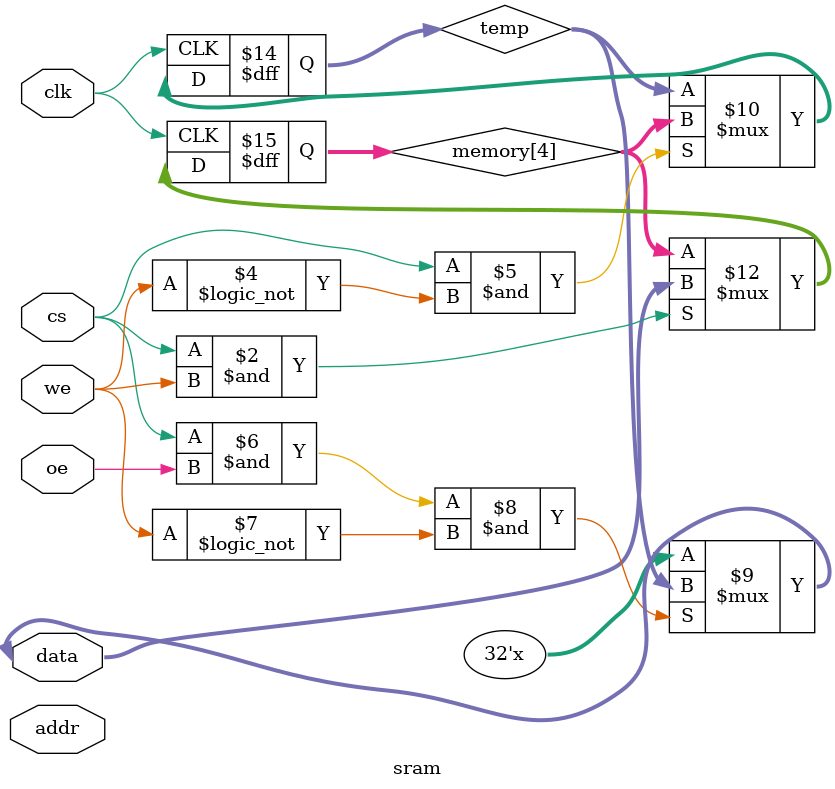
<source format=v>
module sram( clk,cs,we,oe,addr,data);
    parameter address=4,dataw=32,deep=16;
    input clk,cs,we,oe;
    input [address-1:0]addr;
    inout [dataw-1:0]data;
    reg [dataw-1:0]temp;
    reg [dataw-1:0]memory [deep:0];
    always@(posedge clk)
    begin
    if(cs&we)
    memory[address]<=data;
    end
    always@(posedge clk)
    begin
    if(cs& !we)
    temp<=memory[address];
    end
    assign data =(cs&oe&!we)?temp:'hz;
endmodule

</source>
